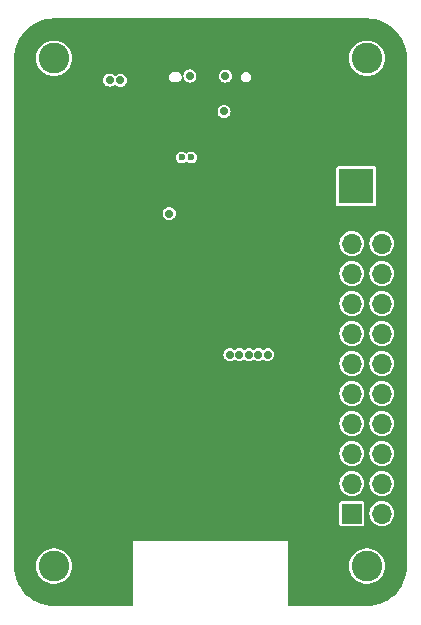
<source format=gbr>
%TF.GenerationSoftware,KiCad,Pcbnew,8.0.6*%
%TF.CreationDate,2024-11-24T22:42:30+01:00*%
%TF.ProjectId,ecad,65636164-2e6b-4696-9361-645f70636258,rev?*%
%TF.SameCoordinates,Original*%
%TF.FileFunction,Copper,L2,Inr*%
%TF.FilePolarity,Positive*%
%FSLAX46Y46*%
G04 Gerber Fmt 4.6, Leading zero omitted, Abs format (unit mm)*
G04 Created by KiCad (PCBNEW 8.0.6) date 2024-11-24 22:42:30*
%MOMM*%
%LPD*%
G01*
G04 APERTURE LIST*
%TA.AperFunction,ComponentPad*%
%ADD10O,1.300000X2.300000*%
%TD*%
%TA.AperFunction,ComponentPad*%
%ADD11O,1.300000X2.600000*%
%TD*%
%TA.AperFunction,ComponentPad*%
%ADD12R,3.000000X3.000000*%
%TD*%
%TA.AperFunction,ComponentPad*%
%ADD13C,3.000000*%
%TD*%
%TA.AperFunction,ComponentPad*%
%ADD14C,2.600000*%
%TD*%
%TA.AperFunction,ComponentPad*%
%ADD15R,1.700000X1.700000*%
%TD*%
%TA.AperFunction,ComponentPad*%
%ADD16O,1.700000X1.700000*%
%TD*%
%TA.AperFunction,ViaPad*%
%ADD17C,0.700000*%
%TD*%
%TA.AperFunction,ViaPad*%
%ADD18C,0.600000*%
%TD*%
G04 APERTURE END LIST*
D10*
%TO.N,GND*%
%TO.C,J1*%
X108870000Y-152485000D03*
D11*
X108870000Y-148660000D03*
D10*
X100230000Y-152485000D03*
D11*
X100230000Y-148660000D03*
%TD*%
D12*
%TO.N,VCC*%
%TO.C,J3*%
X116900000Y-161015000D03*
D13*
%TO.N,GND*%
X116900000Y-155935000D03*
%TD*%
D14*
%TO.N,N/C*%
%TO.C,H2*%
X91300000Y-193175000D03*
%TD*%
%TO.N,N/C*%
%TO.C,H4*%
X91300000Y-150175000D03*
%TD*%
%TO.N,N/C*%
%TO.C,H3*%
X117800000Y-150175000D03*
%TD*%
%TO.N,N/C*%
%TO.C,H1*%
X117800000Y-193175000D03*
%TD*%
D15*
%TO.N,unconnected-(J4-Pin_1-Pad1)*%
%TO.C,J4*%
X116510000Y-188725000D03*
D16*
%TO.N,unconnected-(J4-Pin_2-Pad2)*%
X119050000Y-188725000D03*
%TO.N,unconnected-(J4-Pin_3-Pad3)*%
X116510000Y-186185000D03*
%TO.N,unconnected-(J4-Pin_4-Pad4)*%
X119050000Y-186185000D03*
%TO.N,unconnected-(J4-Pin_5-Pad5)*%
X116510000Y-183645000D03*
%TO.N,unconnected-(J4-Pin_6-Pad6)*%
X119050000Y-183645000D03*
%TO.N,unconnected-(J4-Pin_7-Pad7)*%
X116510000Y-181105000D03*
%TO.N,unconnected-(J4-Pin_8-Pad8)*%
X119050000Y-181105000D03*
%TO.N,unconnected-(J4-Pin_9-Pad9)*%
X116510000Y-178565000D03*
%TO.N,unconnected-(J4-Pin_10-Pad10)*%
X119050000Y-178565000D03*
%TO.N,unconnected-(J4-Pin_11-Pad11)*%
X116510000Y-176025000D03*
%TO.N,unconnected-(J4-Pin_12-Pad12)*%
X119050000Y-176025000D03*
%TO.N,unconnected-(J4-Pin_13-Pad13)*%
X116510000Y-173485000D03*
%TO.N,unconnected-(J4-Pin_14-Pad14)*%
X119050000Y-173485000D03*
%TO.N,unconnected-(J4-Pin_15-Pad15)*%
X116510000Y-170945000D03*
%TO.N,unconnected-(J4-Pin_16-Pad16)*%
X119050000Y-170945000D03*
%TO.N,unconnected-(J4-Pin_17-Pad17)*%
X116510000Y-168405000D03*
%TO.N,unconnected-(J4-Pin_18-Pad18)*%
X119050000Y-168405000D03*
%TO.N,unconnected-(J4-Pin_19-Pad19)*%
X116510000Y-165865000D03*
%TO.N,unconnected-(J4-Pin_20-Pad20)*%
X119050000Y-165865000D03*
%TD*%
D17*
%TO.N,GND*%
X101150000Y-157425000D03*
X100350000Y-157425000D03*
X100350000Y-155125000D03*
X101150000Y-155125000D03*
X114200000Y-176625000D03*
%TO.N,Net-(U2-OTP)*%
X101050000Y-163325000D03*
%TO.N,Net-(J1-CC1)*%
X105800000Y-151690000D03*
%TO.N,Net-(J1-CC2)*%
X96909620Y-152034620D03*
%TO.N,Net-(J1-CC1)*%
X96000000Y-152025000D03*
%TO.N,GND*%
X95349999Y-152878907D03*
%TO.N,Net-(J1-CC2)*%
X102800000Y-151675000D03*
%TO.N,GND*%
X113200000Y-148775000D03*
%TO.N,Net-(U2-OTP)*%
X105700000Y-154675000D03*
%TO.N,+3V3*%
X109400000Y-175275000D03*
X108600000Y-175275000D03*
X107800000Y-175275000D03*
X107000000Y-175275000D03*
X106200000Y-175275000D03*
%TO.N,GND*%
X108600000Y-171375000D03*
X107800000Y-171375000D03*
X107000000Y-171375000D03*
X106200000Y-171375000D03*
X107800000Y-170275000D03*
X107000000Y-170275000D03*
X98165000Y-162625000D03*
X101000000Y-164575000D03*
X106200000Y-165025000D03*
X103400000Y-154675000D03*
D18*
%TO.N,Net-(U2-SDA)*%
X102899994Y-158578458D03*
%TO.N,Net-(U2-SCL)*%
X102100000Y-158575000D03*
D17*
%TO.N,GND*%
X106200000Y-170275000D03*
X95800000Y-158325000D03*
X97600000Y-158325000D03*
%TD*%
%TA.AperFunction,Conductor*%
%TO.N,GND*%
G36*
X117801602Y-146800583D02*
G01*
X118149519Y-146818817D01*
X118155909Y-146819489D01*
X118498435Y-146873740D01*
X118504703Y-146875073D01*
X118839669Y-146964827D01*
X118845774Y-146966810D01*
X119092593Y-147061555D01*
X119169524Y-147091086D01*
X119175404Y-147093704D01*
X119484389Y-147251139D01*
X119489945Y-147254347D01*
X119497817Y-147259459D01*
X119780778Y-147443217D01*
X119785979Y-147446995D01*
X120055484Y-147665236D01*
X120060257Y-147669534D01*
X120305465Y-147914742D01*
X120309764Y-147919516D01*
X120527999Y-148189013D01*
X120531782Y-148194221D01*
X120720646Y-148485044D01*
X120723865Y-148490619D01*
X120881295Y-148799595D01*
X120883913Y-148805475D01*
X121008186Y-149129216D01*
X121010175Y-149135339D01*
X121099923Y-149470282D01*
X121101262Y-149476578D01*
X121149243Y-149779518D01*
X121150000Y-149789139D01*
X121150000Y-193560859D01*
X121149243Y-193570480D01*
X121101262Y-193873421D01*
X121099923Y-193879717D01*
X121010175Y-194214660D01*
X121008186Y-194220783D01*
X120883913Y-194544524D01*
X120881295Y-194550404D01*
X120723865Y-194859380D01*
X120720646Y-194864955D01*
X120531782Y-195155778D01*
X120527999Y-195160986D01*
X120309773Y-195430473D01*
X120305465Y-195435257D01*
X120060257Y-195680465D01*
X120055473Y-195684773D01*
X119785986Y-195902999D01*
X119780778Y-195906782D01*
X119489955Y-196095646D01*
X119484380Y-196098865D01*
X119175404Y-196256295D01*
X119169524Y-196258913D01*
X118845783Y-196383186D01*
X118839660Y-196385175D01*
X118504717Y-196474923D01*
X118498421Y-196476262D01*
X118155915Y-196530509D01*
X118149513Y-196531182D01*
X117801603Y-196549416D01*
X117798384Y-196549500D01*
X111211500Y-196549500D01*
X111168013Y-196531487D01*
X111150000Y-196488000D01*
X111150000Y-193175000D01*
X116294357Y-193175000D01*
X116314892Y-193422824D01*
X116314892Y-193422826D01*
X116375935Y-193663875D01*
X116375938Y-193663885D01*
X116455462Y-193845181D01*
X116469243Y-193876598D01*
X116475825Y-193891602D01*
X116475829Y-193891611D01*
X116611831Y-194099778D01*
X116611836Y-194099785D01*
X116780256Y-194282738D01*
X116780258Y-194282739D01*
X116780258Y-194282740D01*
X116878373Y-194359106D01*
X116976491Y-194435474D01*
X117195190Y-194553828D01*
X117430386Y-194634571D01*
X117430389Y-194634571D01*
X117430390Y-194634572D01*
X117553025Y-194655035D01*
X117675665Y-194675500D01*
X117924335Y-194675500D01*
X118108513Y-194644766D01*
X118169609Y-194634572D01*
X118169609Y-194634571D01*
X118169614Y-194634571D01*
X118404810Y-194553828D01*
X118623509Y-194435474D01*
X118819744Y-194282738D01*
X118988164Y-194099785D01*
X119124173Y-193891607D01*
X119224063Y-193663881D01*
X119285108Y-193422821D01*
X119305643Y-193175000D01*
X119285108Y-192927179D01*
X119285107Y-192927175D01*
X119285107Y-192927173D01*
X119224064Y-192686124D01*
X119224063Y-192686119D01*
X119124173Y-192458393D01*
X118988164Y-192250215D01*
X118819744Y-192067262D01*
X118819741Y-192067259D01*
X118623510Y-191914527D01*
X118623509Y-191914526D01*
X118404810Y-191796172D01*
X118169614Y-191715429D01*
X118169613Y-191715428D01*
X118169611Y-191715428D01*
X118169609Y-191715427D01*
X117924338Y-191674500D01*
X117924335Y-191674500D01*
X117675665Y-191674500D01*
X117675661Y-191674500D01*
X117430390Y-191715427D01*
X117430388Y-191715428D01*
X117195192Y-191796171D01*
X116976489Y-191914527D01*
X116780258Y-192067259D01*
X116780258Y-192067260D01*
X116611835Y-192250215D01*
X116611831Y-192250221D01*
X116475829Y-192458388D01*
X116475825Y-192458397D01*
X116375938Y-192686114D01*
X116375935Y-192686124D01*
X116314892Y-192927173D01*
X116314892Y-192927175D01*
X116294357Y-193175000D01*
X111150000Y-193175000D01*
X111150000Y-191075000D01*
X97950000Y-191075000D01*
X97950000Y-196488000D01*
X97931987Y-196531487D01*
X97888500Y-196549500D01*
X91301616Y-196549500D01*
X91298397Y-196549416D01*
X90950486Y-196531182D01*
X90944084Y-196530509D01*
X90601578Y-196476262D01*
X90595282Y-196474923D01*
X90260339Y-196385175D01*
X90254216Y-196383186D01*
X89930475Y-196258913D01*
X89924595Y-196256295D01*
X89615619Y-196098865D01*
X89610044Y-196095646D01*
X89319221Y-195906782D01*
X89314013Y-195902999D01*
X89044516Y-195684764D01*
X89039742Y-195680465D01*
X88794534Y-195435257D01*
X88790236Y-195430484D01*
X88571995Y-195160979D01*
X88568217Y-195155778D01*
X88493761Y-195041127D01*
X88379347Y-194864945D01*
X88376139Y-194859389D01*
X88248522Y-194608926D01*
X88218704Y-194550404D01*
X88216086Y-194544524D01*
X88205794Y-194517713D01*
X88091810Y-194220774D01*
X88089827Y-194214669D01*
X88000073Y-193879703D01*
X87998740Y-193873435D01*
X87944489Y-193530909D01*
X87943817Y-193524513D01*
X87925584Y-193176602D01*
X87925542Y-193175000D01*
X89794357Y-193175000D01*
X89814892Y-193422824D01*
X89814892Y-193422826D01*
X89875935Y-193663875D01*
X89875938Y-193663885D01*
X89955462Y-193845181D01*
X89969243Y-193876598D01*
X89975825Y-193891602D01*
X89975829Y-193891611D01*
X90111831Y-194099778D01*
X90111836Y-194099785D01*
X90280256Y-194282738D01*
X90280258Y-194282739D01*
X90280258Y-194282740D01*
X90378373Y-194359106D01*
X90476491Y-194435474D01*
X90695190Y-194553828D01*
X90930386Y-194634571D01*
X90930389Y-194634571D01*
X90930390Y-194634572D01*
X91053025Y-194655035D01*
X91175665Y-194675500D01*
X91424335Y-194675500D01*
X91608513Y-194644766D01*
X91669609Y-194634572D01*
X91669609Y-194634571D01*
X91669614Y-194634571D01*
X91904810Y-194553828D01*
X92123509Y-194435474D01*
X92319744Y-194282738D01*
X92488164Y-194099785D01*
X92624173Y-193891607D01*
X92724063Y-193663881D01*
X92785108Y-193422821D01*
X92805643Y-193175000D01*
X92785108Y-192927179D01*
X92785107Y-192927175D01*
X92785107Y-192927173D01*
X92724064Y-192686124D01*
X92724063Y-192686119D01*
X92624173Y-192458393D01*
X92488164Y-192250215D01*
X92319744Y-192067262D01*
X92319741Y-192067259D01*
X92123510Y-191914527D01*
X92123509Y-191914526D01*
X91904810Y-191796172D01*
X91669614Y-191715429D01*
X91669613Y-191715428D01*
X91669611Y-191715428D01*
X91669609Y-191715427D01*
X91424338Y-191674500D01*
X91424335Y-191674500D01*
X91175665Y-191674500D01*
X91175661Y-191674500D01*
X90930390Y-191715427D01*
X90930388Y-191715428D01*
X90695192Y-191796171D01*
X90476489Y-191914527D01*
X90280258Y-192067259D01*
X90280258Y-192067260D01*
X90111835Y-192250215D01*
X90111831Y-192250221D01*
X89975829Y-192458388D01*
X89975825Y-192458397D01*
X89875938Y-192686114D01*
X89875935Y-192686124D01*
X89814892Y-192927173D01*
X89814892Y-192927175D01*
X89794357Y-193175000D01*
X87925542Y-193175000D01*
X87925500Y-193173383D01*
X87925500Y-187855248D01*
X115459500Y-187855248D01*
X115459500Y-189594751D01*
X115471131Y-189653224D01*
X115471132Y-189653228D01*
X115471133Y-189653231D01*
X115515448Y-189719552D01*
X115581769Y-189763867D01*
X115640248Y-189775499D01*
X115640249Y-189775500D01*
X115640252Y-189775500D01*
X117379751Y-189775500D01*
X117379751Y-189775499D01*
X117438231Y-189763867D01*
X117504552Y-189719552D01*
X117548867Y-189653231D01*
X117560499Y-189594751D01*
X117560500Y-189594751D01*
X117560500Y-188725000D01*
X117994417Y-188725000D01*
X118014699Y-188930933D01*
X118074766Y-189128950D01*
X118172314Y-189311450D01*
X118172315Y-189311451D01*
X118303588Y-189471409D01*
X118303590Y-189471411D01*
X118463548Y-189602684D01*
X118463549Y-189602685D01*
X118549264Y-189648500D01*
X118646046Y-189700232D01*
X118844066Y-189760300D01*
X119050000Y-189780583D01*
X119255934Y-189760300D01*
X119453954Y-189700232D01*
X119636450Y-189602685D01*
X119796410Y-189471410D01*
X119927685Y-189311450D01*
X120025232Y-189128954D01*
X120085300Y-188930934D01*
X120105583Y-188725000D01*
X120085300Y-188519066D01*
X120025232Y-188321046D01*
X119973500Y-188224264D01*
X119927685Y-188138549D01*
X119927684Y-188138548D01*
X119796411Y-187978590D01*
X119796409Y-187978588D01*
X119636451Y-187847315D01*
X119636450Y-187847314D01*
X119453950Y-187749766D01*
X119255933Y-187689699D01*
X119050000Y-187669417D01*
X118844066Y-187689699D01*
X118646049Y-187749766D01*
X118463549Y-187847314D01*
X118463548Y-187847315D01*
X118303590Y-187978588D01*
X118303588Y-187978590D01*
X118172315Y-188138548D01*
X118172314Y-188138549D01*
X118074766Y-188321049D01*
X118014699Y-188519066D01*
X117994417Y-188725000D01*
X117560500Y-188725000D01*
X117560500Y-187855249D01*
X117560499Y-187855248D01*
X117548868Y-187796775D01*
X117548867Y-187796769D01*
X117504552Y-187730448D01*
X117438231Y-187686133D01*
X117438228Y-187686132D01*
X117438224Y-187686131D01*
X117379751Y-187674500D01*
X117379748Y-187674500D01*
X115640252Y-187674500D01*
X115640249Y-187674500D01*
X115581775Y-187686131D01*
X115581769Y-187686133D01*
X115515448Y-187730448D01*
X115471133Y-187796769D01*
X115471131Y-187796775D01*
X115459500Y-187855248D01*
X87925500Y-187855248D01*
X87925500Y-186185000D01*
X115454417Y-186185000D01*
X115474699Y-186390933D01*
X115534766Y-186588950D01*
X115632314Y-186771450D01*
X115632315Y-186771451D01*
X115763588Y-186931409D01*
X115763590Y-186931411D01*
X115923548Y-187062684D01*
X115923549Y-187062685D01*
X116009264Y-187108500D01*
X116106046Y-187160232D01*
X116304066Y-187220300D01*
X116510000Y-187240583D01*
X116715934Y-187220300D01*
X116913954Y-187160232D01*
X117096450Y-187062685D01*
X117256410Y-186931410D01*
X117387685Y-186771450D01*
X117485232Y-186588954D01*
X117545300Y-186390934D01*
X117565583Y-186185000D01*
X117994417Y-186185000D01*
X118014699Y-186390933D01*
X118074766Y-186588950D01*
X118172314Y-186771450D01*
X118172315Y-186771451D01*
X118303588Y-186931409D01*
X118303590Y-186931411D01*
X118463548Y-187062684D01*
X118463549Y-187062685D01*
X118549264Y-187108500D01*
X118646046Y-187160232D01*
X118844066Y-187220300D01*
X119050000Y-187240583D01*
X119255934Y-187220300D01*
X119453954Y-187160232D01*
X119636450Y-187062685D01*
X119796410Y-186931410D01*
X119927685Y-186771450D01*
X120025232Y-186588954D01*
X120085300Y-186390934D01*
X120105583Y-186185000D01*
X120085300Y-185979066D01*
X120025232Y-185781046D01*
X119973500Y-185684264D01*
X119927685Y-185598549D01*
X119927684Y-185598548D01*
X119796411Y-185438590D01*
X119796409Y-185438588D01*
X119636451Y-185307315D01*
X119636450Y-185307314D01*
X119453950Y-185209766D01*
X119255933Y-185149699D01*
X119050000Y-185129417D01*
X118844066Y-185149699D01*
X118646049Y-185209766D01*
X118463549Y-185307314D01*
X118463548Y-185307315D01*
X118303590Y-185438588D01*
X118303588Y-185438590D01*
X118172315Y-185598548D01*
X118172314Y-185598549D01*
X118074766Y-185781049D01*
X118014699Y-185979066D01*
X117994417Y-186185000D01*
X117565583Y-186185000D01*
X117545300Y-185979066D01*
X117485232Y-185781046D01*
X117433500Y-185684264D01*
X117387685Y-185598549D01*
X117387684Y-185598548D01*
X117256411Y-185438590D01*
X117256409Y-185438588D01*
X117096451Y-185307315D01*
X117096450Y-185307314D01*
X116913950Y-185209766D01*
X116715933Y-185149699D01*
X116510000Y-185129417D01*
X116304066Y-185149699D01*
X116106049Y-185209766D01*
X115923549Y-185307314D01*
X115923548Y-185307315D01*
X115763590Y-185438588D01*
X115763588Y-185438590D01*
X115632315Y-185598548D01*
X115632314Y-185598549D01*
X115534766Y-185781049D01*
X115474699Y-185979066D01*
X115454417Y-186185000D01*
X87925500Y-186185000D01*
X87925500Y-183645000D01*
X115454417Y-183645000D01*
X115474699Y-183850933D01*
X115534766Y-184048950D01*
X115632314Y-184231450D01*
X115632315Y-184231451D01*
X115763588Y-184391409D01*
X115763590Y-184391411D01*
X115923548Y-184522684D01*
X115923549Y-184522685D01*
X116009264Y-184568500D01*
X116106046Y-184620232D01*
X116304066Y-184680300D01*
X116510000Y-184700583D01*
X116715934Y-184680300D01*
X116913954Y-184620232D01*
X117096450Y-184522685D01*
X117256410Y-184391410D01*
X117387685Y-184231450D01*
X117485232Y-184048954D01*
X117545300Y-183850934D01*
X117565583Y-183645000D01*
X117994417Y-183645000D01*
X118014699Y-183850933D01*
X118074766Y-184048950D01*
X118172314Y-184231450D01*
X118172315Y-184231451D01*
X118303588Y-184391409D01*
X118303590Y-184391411D01*
X118463548Y-184522684D01*
X118463549Y-184522685D01*
X118549264Y-184568500D01*
X118646046Y-184620232D01*
X118844066Y-184680300D01*
X119050000Y-184700583D01*
X119255934Y-184680300D01*
X119453954Y-184620232D01*
X119636450Y-184522685D01*
X119796410Y-184391410D01*
X119927685Y-184231450D01*
X120025232Y-184048954D01*
X120085300Y-183850934D01*
X120105583Y-183645000D01*
X120085300Y-183439066D01*
X120025232Y-183241046D01*
X119973500Y-183144264D01*
X119927685Y-183058549D01*
X119927684Y-183058548D01*
X119796411Y-182898590D01*
X119796409Y-182898588D01*
X119636451Y-182767315D01*
X119636450Y-182767314D01*
X119453950Y-182669766D01*
X119255933Y-182609699D01*
X119050000Y-182589417D01*
X118844066Y-182609699D01*
X118646049Y-182669766D01*
X118463549Y-182767314D01*
X118463548Y-182767315D01*
X118303590Y-182898588D01*
X118303588Y-182898590D01*
X118172315Y-183058548D01*
X118172314Y-183058549D01*
X118074766Y-183241049D01*
X118014699Y-183439066D01*
X117994417Y-183645000D01*
X117565583Y-183645000D01*
X117545300Y-183439066D01*
X117485232Y-183241046D01*
X117433500Y-183144264D01*
X117387685Y-183058549D01*
X117387684Y-183058548D01*
X117256411Y-182898590D01*
X117256409Y-182898588D01*
X117096451Y-182767315D01*
X117096450Y-182767314D01*
X116913950Y-182669766D01*
X116715933Y-182609699D01*
X116510000Y-182589417D01*
X116304066Y-182609699D01*
X116106049Y-182669766D01*
X115923549Y-182767314D01*
X115923548Y-182767315D01*
X115763590Y-182898588D01*
X115763588Y-182898590D01*
X115632315Y-183058548D01*
X115632314Y-183058549D01*
X115534766Y-183241049D01*
X115474699Y-183439066D01*
X115454417Y-183645000D01*
X87925500Y-183645000D01*
X87925500Y-181105000D01*
X115454417Y-181105000D01*
X115474699Y-181310933D01*
X115534766Y-181508950D01*
X115632314Y-181691450D01*
X115632315Y-181691451D01*
X115763588Y-181851409D01*
X115763590Y-181851411D01*
X115923548Y-181982684D01*
X115923549Y-181982685D01*
X116009264Y-182028500D01*
X116106046Y-182080232D01*
X116304066Y-182140300D01*
X116510000Y-182160583D01*
X116715934Y-182140300D01*
X116913954Y-182080232D01*
X117096450Y-181982685D01*
X117256410Y-181851410D01*
X117387685Y-181691450D01*
X117485232Y-181508954D01*
X117545300Y-181310934D01*
X117565583Y-181105000D01*
X117994417Y-181105000D01*
X118014699Y-181310933D01*
X118074766Y-181508950D01*
X118172314Y-181691450D01*
X118172315Y-181691451D01*
X118303588Y-181851409D01*
X118303590Y-181851411D01*
X118463548Y-181982684D01*
X118463549Y-181982685D01*
X118549264Y-182028500D01*
X118646046Y-182080232D01*
X118844066Y-182140300D01*
X119050000Y-182160583D01*
X119255934Y-182140300D01*
X119453954Y-182080232D01*
X119636450Y-181982685D01*
X119796410Y-181851410D01*
X119927685Y-181691450D01*
X120025232Y-181508954D01*
X120085300Y-181310934D01*
X120105583Y-181105000D01*
X120085300Y-180899066D01*
X120025232Y-180701046D01*
X119973500Y-180604264D01*
X119927685Y-180518549D01*
X119927684Y-180518548D01*
X119796411Y-180358590D01*
X119796409Y-180358588D01*
X119636451Y-180227315D01*
X119636450Y-180227314D01*
X119453950Y-180129766D01*
X119255933Y-180069699D01*
X119050000Y-180049417D01*
X118844066Y-180069699D01*
X118646049Y-180129766D01*
X118463549Y-180227314D01*
X118463548Y-180227315D01*
X118303590Y-180358588D01*
X118303588Y-180358590D01*
X118172315Y-180518548D01*
X118172314Y-180518549D01*
X118074766Y-180701049D01*
X118014699Y-180899066D01*
X117994417Y-181105000D01*
X117565583Y-181105000D01*
X117545300Y-180899066D01*
X117485232Y-180701046D01*
X117433500Y-180604264D01*
X117387685Y-180518549D01*
X117387684Y-180518548D01*
X117256411Y-180358590D01*
X117256409Y-180358588D01*
X117096451Y-180227315D01*
X117096450Y-180227314D01*
X116913950Y-180129766D01*
X116715933Y-180069699D01*
X116510000Y-180049417D01*
X116304066Y-180069699D01*
X116106049Y-180129766D01*
X115923549Y-180227314D01*
X115923548Y-180227315D01*
X115763590Y-180358588D01*
X115763588Y-180358590D01*
X115632315Y-180518548D01*
X115632314Y-180518549D01*
X115534766Y-180701049D01*
X115474699Y-180899066D01*
X115454417Y-181105000D01*
X87925500Y-181105000D01*
X87925500Y-178565000D01*
X115454417Y-178565000D01*
X115474699Y-178770933D01*
X115534766Y-178968950D01*
X115632314Y-179151450D01*
X115632315Y-179151451D01*
X115763588Y-179311409D01*
X115763590Y-179311411D01*
X115923548Y-179442684D01*
X115923549Y-179442685D01*
X116009264Y-179488500D01*
X116106046Y-179540232D01*
X116304066Y-179600300D01*
X116510000Y-179620583D01*
X116715934Y-179600300D01*
X116913954Y-179540232D01*
X117096450Y-179442685D01*
X117256410Y-179311410D01*
X117387685Y-179151450D01*
X117485232Y-178968954D01*
X117545300Y-178770934D01*
X117565583Y-178565000D01*
X117994417Y-178565000D01*
X118014699Y-178770933D01*
X118074766Y-178968950D01*
X118172314Y-179151450D01*
X118172315Y-179151451D01*
X118303588Y-179311409D01*
X118303590Y-179311411D01*
X118463548Y-179442684D01*
X118463549Y-179442685D01*
X118549264Y-179488500D01*
X118646046Y-179540232D01*
X118844066Y-179600300D01*
X119050000Y-179620583D01*
X119255934Y-179600300D01*
X119453954Y-179540232D01*
X119636450Y-179442685D01*
X119796410Y-179311410D01*
X119927685Y-179151450D01*
X120025232Y-178968954D01*
X120085300Y-178770934D01*
X120105583Y-178565000D01*
X120085300Y-178359066D01*
X120025232Y-178161046D01*
X119973500Y-178064264D01*
X119927685Y-177978549D01*
X119927684Y-177978548D01*
X119796411Y-177818590D01*
X119796409Y-177818588D01*
X119636451Y-177687315D01*
X119636450Y-177687314D01*
X119453950Y-177589766D01*
X119255933Y-177529699D01*
X119050000Y-177509417D01*
X118844066Y-177529699D01*
X118646049Y-177589766D01*
X118463549Y-177687314D01*
X118463548Y-177687315D01*
X118303590Y-177818588D01*
X118303588Y-177818590D01*
X118172315Y-177978548D01*
X118172314Y-177978549D01*
X118074766Y-178161049D01*
X118014699Y-178359066D01*
X117994417Y-178565000D01*
X117565583Y-178565000D01*
X117545300Y-178359066D01*
X117485232Y-178161046D01*
X117433500Y-178064264D01*
X117387685Y-177978549D01*
X117387684Y-177978548D01*
X117256411Y-177818590D01*
X117256409Y-177818588D01*
X117096451Y-177687315D01*
X117096450Y-177687314D01*
X116913950Y-177589766D01*
X116715933Y-177529699D01*
X116510000Y-177509417D01*
X116304066Y-177529699D01*
X116106049Y-177589766D01*
X115923549Y-177687314D01*
X115923548Y-177687315D01*
X115763590Y-177818588D01*
X115763588Y-177818590D01*
X115632315Y-177978548D01*
X115632314Y-177978549D01*
X115534766Y-178161049D01*
X115474699Y-178359066D01*
X115454417Y-178565000D01*
X87925500Y-178565000D01*
X87925500Y-176025000D01*
X115454417Y-176025000D01*
X115474699Y-176230933D01*
X115534766Y-176428950D01*
X115632314Y-176611450D01*
X115632315Y-176611451D01*
X115763588Y-176771409D01*
X115763590Y-176771411D01*
X115923548Y-176902684D01*
X115923549Y-176902685D01*
X116009264Y-176948500D01*
X116106046Y-177000232D01*
X116304066Y-177060300D01*
X116510000Y-177080583D01*
X116715934Y-177060300D01*
X116913954Y-177000232D01*
X117096450Y-176902685D01*
X117256410Y-176771410D01*
X117387685Y-176611450D01*
X117485232Y-176428954D01*
X117545300Y-176230934D01*
X117565583Y-176025000D01*
X117994417Y-176025000D01*
X118014699Y-176230933D01*
X118074766Y-176428950D01*
X118172314Y-176611450D01*
X118172315Y-176611451D01*
X118303588Y-176771409D01*
X118303590Y-176771411D01*
X118463548Y-176902684D01*
X118463549Y-176902685D01*
X118549264Y-176948500D01*
X118646046Y-177000232D01*
X118844066Y-177060300D01*
X119050000Y-177080583D01*
X119255934Y-177060300D01*
X119453954Y-177000232D01*
X119636450Y-176902685D01*
X119796410Y-176771410D01*
X119927685Y-176611450D01*
X120025232Y-176428954D01*
X120085300Y-176230934D01*
X120105583Y-176025000D01*
X120085300Y-175819066D01*
X120025232Y-175621046D01*
X119973500Y-175524264D01*
X119927685Y-175438549D01*
X119927684Y-175438548D01*
X119796411Y-175278590D01*
X119796409Y-175278588D01*
X119636451Y-175147315D01*
X119636450Y-175147314D01*
X119453950Y-175049766D01*
X119255933Y-174989699D01*
X119050000Y-174969417D01*
X118844066Y-174989699D01*
X118646049Y-175049766D01*
X118463549Y-175147314D01*
X118463548Y-175147315D01*
X118303590Y-175278588D01*
X118303588Y-175278590D01*
X118172315Y-175438548D01*
X118172314Y-175438549D01*
X118074766Y-175621049D01*
X118014699Y-175819066D01*
X117994417Y-176025000D01*
X117565583Y-176025000D01*
X117545300Y-175819066D01*
X117485232Y-175621046D01*
X117433500Y-175524264D01*
X117387685Y-175438549D01*
X117387684Y-175438548D01*
X117256411Y-175278590D01*
X117256409Y-175278588D01*
X117096451Y-175147315D01*
X117096450Y-175147314D01*
X116913950Y-175049766D01*
X116715933Y-174989699D01*
X116510000Y-174969417D01*
X116304066Y-174989699D01*
X116106049Y-175049766D01*
X115923549Y-175147314D01*
X115923548Y-175147315D01*
X115763590Y-175278588D01*
X115763588Y-175278590D01*
X115632315Y-175438548D01*
X115632314Y-175438549D01*
X115534766Y-175621049D01*
X115474699Y-175819066D01*
X115454417Y-176025000D01*
X87925500Y-176025000D01*
X87925500Y-175275000D01*
X105644750Y-175275000D01*
X105663670Y-175418709D01*
X105719139Y-175552625D01*
X105807379Y-175667621D01*
X105922375Y-175755861D01*
X106056291Y-175811330D01*
X106200000Y-175830250D01*
X106343709Y-175811330D01*
X106477625Y-175755861D01*
X106562562Y-175690685D01*
X106608027Y-175678503D01*
X106637436Y-175690684D01*
X106722375Y-175755861D01*
X106856291Y-175811330D01*
X107000000Y-175830250D01*
X107143709Y-175811330D01*
X107277625Y-175755861D01*
X107362562Y-175690685D01*
X107408027Y-175678503D01*
X107437436Y-175690684D01*
X107522375Y-175755861D01*
X107656291Y-175811330D01*
X107800000Y-175830250D01*
X107943709Y-175811330D01*
X108077625Y-175755861D01*
X108162562Y-175690685D01*
X108208027Y-175678503D01*
X108237436Y-175690684D01*
X108322375Y-175755861D01*
X108456291Y-175811330D01*
X108600000Y-175830250D01*
X108743709Y-175811330D01*
X108877625Y-175755861D01*
X108962562Y-175690685D01*
X109008027Y-175678503D01*
X109037436Y-175690684D01*
X109122375Y-175755861D01*
X109256291Y-175811330D01*
X109400000Y-175830250D01*
X109543709Y-175811330D01*
X109677625Y-175755861D01*
X109792621Y-175667621D01*
X109880861Y-175552625D01*
X109936330Y-175418709D01*
X109955250Y-175275000D01*
X109936330Y-175131291D01*
X109880861Y-174997375D01*
X109792621Y-174882379D01*
X109677625Y-174794139D01*
X109543709Y-174738670D01*
X109543706Y-174738669D01*
X109543704Y-174738669D01*
X109400000Y-174719750D01*
X109256295Y-174738669D01*
X109256291Y-174738670D01*
X109122375Y-174794139D01*
X109122371Y-174794141D01*
X109037439Y-174859312D01*
X108991972Y-174871495D01*
X108962561Y-174859312D01*
X108877628Y-174794141D01*
X108877626Y-174794140D01*
X108877625Y-174794139D01*
X108743709Y-174738670D01*
X108743706Y-174738669D01*
X108743704Y-174738669D01*
X108600000Y-174719750D01*
X108456295Y-174738669D01*
X108456291Y-174738670D01*
X108322375Y-174794139D01*
X108322371Y-174794141D01*
X108237439Y-174859312D01*
X108191972Y-174871495D01*
X108162561Y-174859312D01*
X108077628Y-174794141D01*
X108077626Y-174794140D01*
X108077625Y-174794139D01*
X107943709Y-174738670D01*
X107943706Y-174738669D01*
X107943704Y-174738669D01*
X107800000Y-174719750D01*
X107656295Y-174738669D01*
X107656291Y-174738670D01*
X107522375Y-174794139D01*
X107522371Y-174794141D01*
X107437439Y-174859312D01*
X107391972Y-174871495D01*
X107362561Y-174859312D01*
X107277628Y-174794141D01*
X107277626Y-174794140D01*
X107277625Y-174794139D01*
X107143709Y-174738670D01*
X107143706Y-174738669D01*
X107143704Y-174738669D01*
X107000000Y-174719750D01*
X106856295Y-174738669D01*
X106856291Y-174738670D01*
X106722375Y-174794139D01*
X106722371Y-174794141D01*
X106637439Y-174859312D01*
X106591972Y-174871495D01*
X106562561Y-174859312D01*
X106477628Y-174794141D01*
X106477626Y-174794140D01*
X106477625Y-174794139D01*
X106343709Y-174738670D01*
X106343706Y-174738669D01*
X106343704Y-174738669D01*
X106200000Y-174719750D01*
X106056295Y-174738669D01*
X106056291Y-174738670D01*
X105922375Y-174794139D01*
X105922371Y-174794141D01*
X105807379Y-174882379D01*
X105719141Y-174997371D01*
X105719139Y-174997375D01*
X105663670Y-175131291D01*
X105644750Y-175275000D01*
X87925500Y-175275000D01*
X87925500Y-173485000D01*
X115454417Y-173485000D01*
X115474699Y-173690933D01*
X115534766Y-173888950D01*
X115632314Y-174071450D01*
X115632315Y-174071451D01*
X115763588Y-174231409D01*
X115763590Y-174231411D01*
X115923548Y-174362684D01*
X115923549Y-174362685D01*
X116009264Y-174408500D01*
X116106046Y-174460232D01*
X116304066Y-174520300D01*
X116510000Y-174540583D01*
X116715934Y-174520300D01*
X116913954Y-174460232D01*
X117096450Y-174362685D01*
X117256410Y-174231410D01*
X117387685Y-174071450D01*
X117485232Y-173888954D01*
X117545300Y-173690934D01*
X117565583Y-173485000D01*
X117994417Y-173485000D01*
X118014699Y-173690933D01*
X118074766Y-173888950D01*
X118172314Y-174071450D01*
X118172315Y-174071451D01*
X118303588Y-174231409D01*
X118303590Y-174231411D01*
X118463548Y-174362684D01*
X118463549Y-174362685D01*
X118549264Y-174408500D01*
X118646046Y-174460232D01*
X118844066Y-174520300D01*
X119050000Y-174540583D01*
X119255934Y-174520300D01*
X119453954Y-174460232D01*
X119636450Y-174362685D01*
X119796410Y-174231410D01*
X119927685Y-174071450D01*
X120025232Y-173888954D01*
X120085300Y-173690934D01*
X120105583Y-173485000D01*
X120085300Y-173279066D01*
X120025232Y-173081046D01*
X119973500Y-172984264D01*
X119927685Y-172898549D01*
X119927684Y-172898548D01*
X119796411Y-172738590D01*
X119796409Y-172738588D01*
X119636451Y-172607315D01*
X119636450Y-172607314D01*
X119453950Y-172509766D01*
X119255933Y-172449699D01*
X119050000Y-172429417D01*
X118844066Y-172449699D01*
X118646049Y-172509766D01*
X118463549Y-172607314D01*
X118463548Y-172607315D01*
X118303590Y-172738588D01*
X118303588Y-172738590D01*
X118172315Y-172898548D01*
X118172314Y-172898549D01*
X118074766Y-173081049D01*
X118014699Y-173279066D01*
X117994417Y-173485000D01*
X117565583Y-173485000D01*
X117545300Y-173279066D01*
X117485232Y-173081046D01*
X117433500Y-172984264D01*
X117387685Y-172898549D01*
X117387684Y-172898548D01*
X117256411Y-172738590D01*
X117256409Y-172738588D01*
X117096451Y-172607315D01*
X117096450Y-172607314D01*
X116913950Y-172509766D01*
X116715933Y-172449699D01*
X116510000Y-172429417D01*
X116304066Y-172449699D01*
X116106049Y-172509766D01*
X115923549Y-172607314D01*
X115923548Y-172607315D01*
X115763590Y-172738588D01*
X115763588Y-172738590D01*
X115632315Y-172898548D01*
X115632314Y-172898549D01*
X115534766Y-173081049D01*
X115474699Y-173279066D01*
X115454417Y-173485000D01*
X87925500Y-173485000D01*
X87925500Y-170945000D01*
X115454417Y-170945000D01*
X115474699Y-171150933D01*
X115534766Y-171348950D01*
X115632314Y-171531450D01*
X115632315Y-171531451D01*
X115763588Y-171691409D01*
X115763590Y-171691411D01*
X115923548Y-171822684D01*
X115923549Y-171822685D01*
X116009264Y-171868500D01*
X116106046Y-171920232D01*
X116304066Y-171980300D01*
X116510000Y-172000583D01*
X116715934Y-171980300D01*
X116913954Y-171920232D01*
X117096450Y-171822685D01*
X117256410Y-171691410D01*
X117387685Y-171531450D01*
X117485232Y-171348954D01*
X117545300Y-171150934D01*
X117565583Y-170945000D01*
X117994417Y-170945000D01*
X118014699Y-171150933D01*
X118074766Y-171348950D01*
X118172314Y-171531450D01*
X118172315Y-171531451D01*
X118303588Y-171691409D01*
X118303590Y-171691411D01*
X118463548Y-171822684D01*
X118463549Y-171822685D01*
X118549264Y-171868500D01*
X118646046Y-171920232D01*
X118844066Y-171980300D01*
X119050000Y-172000583D01*
X119255934Y-171980300D01*
X119453954Y-171920232D01*
X119636450Y-171822685D01*
X119796410Y-171691410D01*
X119927685Y-171531450D01*
X120025232Y-171348954D01*
X120085300Y-171150934D01*
X120105583Y-170945000D01*
X120085300Y-170739066D01*
X120025232Y-170541046D01*
X119973500Y-170444264D01*
X119927685Y-170358549D01*
X119927684Y-170358548D01*
X119796411Y-170198590D01*
X119796409Y-170198588D01*
X119636451Y-170067315D01*
X119636450Y-170067314D01*
X119453950Y-169969766D01*
X119255933Y-169909699D01*
X119050000Y-169889417D01*
X118844066Y-169909699D01*
X118646049Y-169969766D01*
X118463549Y-170067314D01*
X118463548Y-170067315D01*
X118303590Y-170198588D01*
X118303588Y-170198590D01*
X118172315Y-170358548D01*
X118172314Y-170358549D01*
X118074766Y-170541049D01*
X118014699Y-170739066D01*
X117994417Y-170945000D01*
X117565583Y-170945000D01*
X117545300Y-170739066D01*
X117485232Y-170541046D01*
X117433500Y-170444264D01*
X117387685Y-170358549D01*
X117387684Y-170358548D01*
X117256411Y-170198590D01*
X117256409Y-170198588D01*
X117096451Y-170067315D01*
X117096450Y-170067314D01*
X116913950Y-169969766D01*
X116715933Y-169909699D01*
X116510000Y-169889417D01*
X116304066Y-169909699D01*
X116106049Y-169969766D01*
X115923549Y-170067314D01*
X115923548Y-170067315D01*
X115763590Y-170198588D01*
X115763588Y-170198590D01*
X115632315Y-170358548D01*
X115632314Y-170358549D01*
X115534766Y-170541049D01*
X115474699Y-170739066D01*
X115454417Y-170945000D01*
X87925500Y-170945000D01*
X87925500Y-168405000D01*
X115454417Y-168405000D01*
X115474699Y-168610933D01*
X115534766Y-168808950D01*
X115632314Y-168991450D01*
X115632315Y-168991451D01*
X115763588Y-169151409D01*
X115763590Y-169151411D01*
X115923548Y-169282684D01*
X115923549Y-169282685D01*
X116009264Y-169328500D01*
X116106046Y-169380232D01*
X116304066Y-169440300D01*
X116510000Y-169460583D01*
X116715934Y-169440300D01*
X116913954Y-169380232D01*
X117096450Y-169282685D01*
X117256410Y-169151410D01*
X117387685Y-168991450D01*
X117485232Y-168808954D01*
X117545300Y-168610934D01*
X117565583Y-168405000D01*
X117994417Y-168405000D01*
X118014699Y-168610933D01*
X118074766Y-168808950D01*
X118172314Y-168991450D01*
X118172315Y-168991451D01*
X118303588Y-169151409D01*
X118303590Y-169151411D01*
X118463548Y-169282684D01*
X118463549Y-169282685D01*
X118549264Y-169328500D01*
X118646046Y-169380232D01*
X118844066Y-169440300D01*
X119050000Y-169460583D01*
X119255934Y-169440300D01*
X119453954Y-169380232D01*
X119636450Y-169282685D01*
X119796410Y-169151410D01*
X119927685Y-168991450D01*
X120025232Y-168808954D01*
X120085300Y-168610934D01*
X120105583Y-168405000D01*
X120085300Y-168199066D01*
X120025232Y-168001046D01*
X119973500Y-167904264D01*
X119927685Y-167818549D01*
X119927684Y-167818548D01*
X119796411Y-167658590D01*
X119796409Y-167658588D01*
X119636451Y-167527315D01*
X119636450Y-167527314D01*
X119453950Y-167429766D01*
X119255933Y-167369699D01*
X119050000Y-167349417D01*
X118844066Y-167369699D01*
X118646049Y-167429766D01*
X118463549Y-167527314D01*
X118463548Y-167527315D01*
X118303590Y-167658588D01*
X118303588Y-167658590D01*
X118172315Y-167818548D01*
X118172314Y-167818549D01*
X118074766Y-168001049D01*
X118014699Y-168199066D01*
X117994417Y-168405000D01*
X117565583Y-168405000D01*
X117545300Y-168199066D01*
X117485232Y-168001046D01*
X117433500Y-167904264D01*
X117387685Y-167818549D01*
X117387684Y-167818548D01*
X117256411Y-167658590D01*
X117256409Y-167658588D01*
X117096451Y-167527315D01*
X117096450Y-167527314D01*
X116913950Y-167429766D01*
X116715933Y-167369699D01*
X116510000Y-167349417D01*
X116304066Y-167369699D01*
X116106049Y-167429766D01*
X115923549Y-167527314D01*
X115923548Y-167527315D01*
X115763590Y-167658588D01*
X115763588Y-167658590D01*
X115632315Y-167818548D01*
X115632314Y-167818549D01*
X115534766Y-168001049D01*
X115474699Y-168199066D01*
X115454417Y-168405000D01*
X87925500Y-168405000D01*
X87925500Y-165865000D01*
X115454417Y-165865000D01*
X115474699Y-166070933D01*
X115534766Y-166268950D01*
X115632314Y-166451450D01*
X115632315Y-166451451D01*
X115763588Y-166611409D01*
X115763590Y-166611411D01*
X115923548Y-166742684D01*
X115923549Y-166742685D01*
X116009264Y-166788500D01*
X116106046Y-166840232D01*
X116304066Y-166900300D01*
X116510000Y-166920583D01*
X116715934Y-166900300D01*
X116913954Y-166840232D01*
X117096450Y-166742685D01*
X117256410Y-166611410D01*
X117387685Y-166451450D01*
X117485232Y-166268954D01*
X117545300Y-166070934D01*
X117565583Y-165865000D01*
X117994417Y-165865000D01*
X118014699Y-166070933D01*
X118074766Y-166268950D01*
X118172314Y-166451450D01*
X118172315Y-166451451D01*
X118303588Y-166611409D01*
X118303590Y-166611411D01*
X118463548Y-166742684D01*
X118463549Y-166742685D01*
X118549264Y-166788500D01*
X118646046Y-166840232D01*
X118844066Y-166900300D01*
X119050000Y-166920583D01*
X119255934Y-166900300D01*
X119453954Y-166840232D01*
X119636450Y-166742685D01*
X119796410Y-166611410D01*
X119927685Y-166451450D01*
X120025232Y-166268954D01*
X120085300Y-166070934D01*
X120105583Y-165865000D01*
X120085300Y-165659066D01*
X120025232Y-165461046D01*
X119973500Y-165364264D01*
X119927685Y-165278549D01*
X119927684Y-165278548D01*
X119796411Y-165118590D01*
X119796409Y-165118588D01*
X119636451Y-164987315D01*
X119636450Y-164987314D01*
X119453950Y-164889766D01*
X119255933Y-164829699D01*
X119050000Y-164809417D01*
X118844066Y-164829699D01*
X118646049Y-164889766D01*
X118463549Y-164987314D01*
X118463548Y-164987315D01*
X118303590Y-165118588D01*
X118303588Y-165118590D01*
X118172315Y-165278548D01*
X118172314Y-165278549D01*
X118074766Y-165461049D01*
X118014699Y-165659066D01*
X117994417Y-165865000D01*
X117565583Y-165865000D01*
X117545300Y-165659066D01*
X117485232Y-165461046D01*
X117433500Y-165364264D01*
X117387685Y-165278549D01*
X117387684Y-165278548D01*
X117256411Y-165118590D01*
X117256409Y-165118588D01*
X117096451Y-164987315D01*
X117096450Y-164987314D01*
X116913950Y-164889766D01*
X116715933Y-164829699D01*
X116510000Y-164809417D01*
X116304066Y-164829699D01*
X116106049Y-164889766D01*
X115923549Y-164987314D01*
X115923548Y-164987315D01*
X115763590Y-165118588D01*
X115763588Y-165118590D01*
X115632315Y-165278548D01*
X115632314Y-165278549D01*
X115534766Y-165461049D01*
X115474699Y-165659066D01*
X115454417Y-165865000D01*
X87925500Y-165865000D01*
X87925500Y-163325000D01*
X100494750Y-163325000D01*
X100513670Y-163468709D01*
X100569139Y-163602625D01*
X100657379Y-163717621D01*
X100772375Y-163805861D01*
X100906291Y-163861330D01*
X101050000Y-163880250D01*
X101193709Y-163861330D01*
X101327625Y-163805861D01*
X101442621Y-163717621D01*
X101530861Y-163602625D01*
X101586330Y-163468709D01*
X101605250Y-163325000D01*
X101586330Y-163181291D01*
X101530861Y-163047375D01*
X101442621Y-162932379D01*
X101327625Y-162844139D01*
X101193709Y-162788670D01*
X101193706Y-162788669D01*
X101193704Y-162788669D01*
X101050000Y-162769750D01*
X100906295Y-162788669D01*
X100906291Y-162788670D01*
X100772375Y-162844139D01*
X100772371Y-162844141D01*
X100657379Y-162932379D01*
X100569141Y-163047371D01*
X100569139Y-163047375D01*
X100513670Y-163181291D01*
X100494750Y-163325000D01*
X87925500Y-163325000D01*
X87925500Y-159495248D01*
X115199500Y-159495248D01*
X115199500Y-162534751D01*
X115211131Y-162593224D01*
X115211132Y-162593228D01*
X115211133Y-162593231D01*
X115255448Y-162659552D01*
X115321769Y-162703867D01*
X115380248Y-162715499D01*
X115380249Y-162715500D01*
X115380252Y-162715500D01*
X118419751Y-162715500D01*
X118419751Y-162715499D01*
X118478231Y-162703867D01*
X118544552Y-162659552D01*
X118588867Y-162593231D01*
X118600499Y-162534751D01*
X118600500Y-162534751D01*
X118600500Y-159495249D01*
X118600499Y-159495248D01*
X118588868Y-159436775D01*
X118588867Y-159436769D01*
X118544552Y-159370448D01*
X118478231Y-159326133D01*
X118478228Y-159326132D01*
X118478224Y-159326131D01*
X118419751Y-159314500D01*
X118419748Y-159314500D01*
X115380252Y-159314500D01*
X115380249Y-159314500D01*
X115321775Y-159326131D01*
X115321769Y-159326133D01*
X115255448Y-159370448D01*
X115211133Y-159436769D01*
X115211131Y-159436775D01*
X115199500Y-159495248D01*
X87925500Y-159495248D01*
X87925500Y-158574999D01*
X101594353Y-158574999D01*
X101594353Y-158575000D01*
X101614835Y-158717457D01*
X101614836Y-158717461D01*
X101674622Y-158848371D01*
X101674622Y-158848372D01*
X101674623Y-158848373D01*
X101768872Y-158957143D01*
X101889947Y-159034953D01*
X102028039Y-159075500D01*
X102171961Y-159075500D01*
X102310053Y-159034953D01*
X102431128Y-158957143D01*
X102452020Y-158933031D01*
X102494108Y-158911962D01*
X102538770Y-158926824D01*
X102544976Y-158933031D01*
X102565870Y-158957144D01*
X102568866Y-158960601D01*
X102689941Y-159038411D01*
X102828033Y-159078958D01*
X102971955Y-159078958D01*
X103110047Y-159038411D01*
X103231122Y-158960601D01*
X103325371Y-158851831D01*
X103385159Y-158720915D01*
X103405641Y-158578458D01*
X103385159Y-158436001D01*
X103383579Y-158432542D01*
X103325371Y-158305086D01*
X103325371Y-158305085D01*
X103231122Y-158196315D01*
X103231119Y-158196313D01*
X103231118Y-158196312D01*
X103110049Y-158118506D01*
X103110042Y-158118503D01*
X103021070Y-158092379D01*
X102971955Y-158077958D01*
X102828033Y-158077958D01*
X102689945Y-158118503D01*
X102689938Y-158118506D01*
X102568869Y-158196312D01*
X102568866Y-158196314D01*
X102547973Y-158220426D01*
X102505881Y-158241494D01*
X102461220Y-158226629D01*
X102455017Y-158220426D01*
X102449131Y-158213634D01*
X102431128Y-158192857D01*
X102431125Y-158192855D01*
X102431124Y-158192854D01*
X102310055Y-158115048D01*
X102310048Y-158115045D01*
X102221076Y-158088921D01*
X102171961Y-158074500D01*
X102028039Y-158074500D01*
X101889951Y-158115045D01*
X101889944Y-158115048D01*
X101768875Y-158192854D01*
X101768874Y-158192855D01*
X101768872Y-158192856D01*
X101768872Y-158192857D01*
X101765877Y-158196314D01*
X101674622Y-158301627D01*
X101674622Y-158301628D01*
X101614836Y-158432538D01*
X101614835Y-158432542D01*
X101594353Y-158574999D01*
X87925500Y-158574999D01*
X87925500Y-154675000D01*
X105144750Y-154675000D01*
X105163670Y-154818709D01*
X105219139Y-154952625D01*
X105307379Y-155067621D01*
X105422375Y-155155861D01*
X105556291Y-155211330D01*
X105700000Y-155230250D01*
X105843709Y-155211330D01*
X105977625Y-155155861D01*
X106092621Y-155067621D01*
X106180861Y-154952625D01*
X106236330Y-154818709D01*
X106255250Y-154675000D01*
X106236330Y-154531291D01*
X106180861Y-154397375D01*
X106092621Y-154282379D01*
X105977625Y-154194139D01*
X105843709Y-154138670D01*
X105843706Y-154138669D01*
X105843704Y-154138669D01*
X105700000Y-154119750D01*
X105556295Y-154138669D01*
X105556291Y-154138670D01*
X105422375Y-154194139D01*
X105422371Y-154194141D01*
X105307379Y-154282379D01*
X105219141Y-154397371D01*
X105219139Y-154397375D01*
X105163670Y-154531291D01*
X105144750Y-154675000D01*
X87925500Y-154675000D01*
X87925500Y-152025000D01*
X95444750Y-152025000D01*
X95446016Y-152034620D01*
X95463670Y-152168709D01*
X95519139Y-152302625D01*
X95607379Y-152417621D01*
X95722375Y-152505861D01*
X95856291Y-152561330D01*
X96000000Y-152580250D01*
X96143709Y-152561330D01*
X96277625Y-152505861D01*
X96392621Y-152417621D01*
X96402328Y-152404970D01*
X96443091Y-152381435D01*
X96488557Y-152393617D01*
X96499908Y-152404968D01*
X96516999Y-152427241D01*
X96631995Y-152515481D01*
X96765911Y-152570950D01*
X96909620Y-152589870D01*
X97053329Y-152570950D01*
X97187245Y-152515481D01*
X97302241Y-152427241D01*
X97390481Y-152312245D01*
X97445950Y-152178329D01*
X97464870Y-152034620D01*
X97445950Y-151890911D01*
X97390481Y-151756995D01*
X97349800Y-151703979D01*
X100999500Y-151703979D01*
X100999500Y-151816020D01*
X101028495Y-151924232D01*
X101028496Y-151924234D01*
X101028497Y-151924237D01*
X101084515Y-152021263D01*
X101163737Y-152100485D01*
X101260763Y-152156503D01*
X101260767Y-152156504D01*
X101368980Y-152185500D01*
X101368982Y-152185500D01*
X101731019Y-152185500D01*
X101785652Y-152170861D01*
X101839237Y-152156503D01*
X101936263Y-152100485D01*
X102015485Y-152021263D01*
X102071503Y-151924237D01*
X102099779Y-151818709D01*
X102100500Y-151816020D01*
X102100500Y-151703979D01*
X102092735Y-151675000D01*
X102244750Y-151675000D01*
X102263315Y-151816018D01*
X102263670Y-151818709D01*
X102319139Y-151952625D01*
X102407379Y-152067621D01*
X102522375Y-152155861D01*
X102656291Y-152211330D01*
X102800000Y-152230250D01*
X102943709Y-152211330D01*
X103077625Y-152155861D01*
X103192621Y-152067621D01*
X103280861Y-151952625D01*
X103336330Y-151818709D01*
X103353275Y-151690000D01*
X105244750Y-151690000D01*
X105261694Y-151818704D01*
X105263670Y-151833709D01*
X105319139Y-151967625D01*
X105407379Y-152082621D01*
X105522375Y-152170861D01*
X105656291Y-152226330D01*
X105800000Y-152245250D01*
X105943709Y-152226330D01*
X106077625Y-152170861D01*
X106192621Y-152082621D01*
X106280861Y-151967625D01*
X106336330Y-151833709D01*
X106353410Y-151703979D01*
X107124500Y-151703979D01*
X107124500Y-151816020D01*
X107153495Y-151924232D01*
X107153496Y-151924234D01*
X107153497Y-151924237D01*
X107209515Y-152021263D01*
X107288737Y-152100485D01*
X107385763Y-152156503D01*
X107385767Y-152156504D01*
X107493980Y-152185500D01*
X107493982Y-152185500D01*
X107606019Y-152185500D01*
X107660652Y-152170861D01*
X107714237Y-152156503D01*
X107811263Y-152100485D01*
X107890485Y-152021263D01*
X107946503Y-151924237D01*
X107974779Y-151818709D01*
X107975500Y-151816020D01*
X107975500Y-151703979D01*
X107946504Y-151595767D01*
X107946503Y-151595763D01*
X107890485Y-151498737D01*
X107811263Y-151419515D01*
X107714237Y-151363497D01*
X107714234Y-151363496D01*
X107714232Y-151363495D01*
X107606020Y-151334500D01*
X107606018Y-151334500D01*
X107493982Y-151334500D01*
X107493980Y-151334500D01*
X107385767Y-151363495D01*
X107385763Y-151363497D01*
X107288738Y-151419514D01*
X107288733Y-151419518D01*
X107209518Y-151498733D01*
X107209514Y-151498738D01*
X107153497Y-151595763D01*
X107153495Y-151595767D01*
X107124500Y-151703979D01*
X106353410Y-151703979D01*
X106355250Y-151690000D01*
X106336330Y-151546291D01*
X106280861Y-151412375D01*
X106192621Y-151297379D01*
X106077625Y-151209139D01*
X105943709Y-151153670D01*
X105943706Y-151153669D01*
X105943704Y-151153669D01*
X105800000Y-151134750D01*
X105656295Y-151153669D01*
X105656291Y-151153670D01*
X105522375Y-151209139D01*
X105522371Y-151209141D01*
X105407379Y-151297379D01*
X105319141Y-151412371D01*
X105319139Y-151412375D01*
X105263670Y-151546291D01*
X105263669Y-151546295D01*
X105244750Y-151690000D01*
X103353275Y-151690000D01*
X103355250Y-151675000D01*
X103336330Y-151531291D01*
X103280861Y-151397375D01*
X103192621Y-151282379D01*
X103077625Y-151194139D01*
X102943709Y-151138670D01*
X102943706Y-151138669D01*
X102943704Y-151138669D01*
X102800000Y-151119750D01*
X102656295Y-151138669D01*
X102656291Y-151138670D01*
X102522375Y-151194139D01*
X102522371Y-151194141D01*
X102407379Y-151282379D01*
X102319141Y-151397371D01*
X102319139Y-151397375D01*
X102263670Y-151531291D01*
X102263669Y-151531295D01*
X102244750Y-151675000D01*
X102092735Y-151675000D01*
X102071504Y-151595767D01*
X102071503Y-151595763D01*
X102015485Y-151498737D01*
X101936263Y-151419515D01*
X101839237Y-151363497D01*
X101839234Y-151363496D01*
X101839232Y-151363495D01*
X101731020Y-151334500D01*
X101731018Y-151334500D01*
X101368982Y-151334500D01*
X101368980Y-151334500D01*
X101260767Y-151363495D01*
X101260763Y-151363497D01*
X101163738Y-151419514D01*
X101163733Y-151419518D01*
X101084518Y-151498733D01*
X101084514Y-151498738D01*
X101028497Y-151595763D01*
X101028495Y-151595767D01*
X100999500Y-151703979D01*
X97349800Y-151703979D01*
X97302241Y-151641999D01*
X97187245Y-151553759D01*
X97053329Y-151498290D01*
X97053326Y-151498289D01*
X97053324Y-151498289D01*
X96909620Y-151479370D01*
X96765915Y-151498289D01*
X96765911Y-151498290D01*
X96631995Y-151553759D01*
X96631991Y-151553761D01*
X96516999Y-151641998D01*
X96507289Y-151654652D01*
X96466524Y-151678184D01*
X96421058Y-151665999D01*
X96409709Y-151654648D01*
X96392623Y-151632381D01*
X96392621Y-151632379D01*
X96277628Y-151544141D01*
X96277626Y-151544140D01*
X96277625Y-151544139D01*
X96143709Y-151488670D01*
X96143706Y-151488669D01*
X96143704Y-151488669D01*
X96000000Y-151469750D01*
X95856295Y-151488669D01*
X95856291Y-151488670D01*
X95722375Y-151544139D01*
X95722371Y-151544141D01*
X95607379Y-151632379D01*
X95519141Y-151747371D01*
X95519139Y-151747375D01*
X95463670Y-151881291D01*
X95463669Y-151881295D01*
X95444750Y-152025000D01*
X87925500Y-152025000D01*
X87925500Y-150176616D01*
X87925542Y-150175000D01*
X89794357Y-150175000D01*
X89814892Y-150422824D01*
X89814892Y-150422826D01*
X89875935Y-150663875D01*
X89875938Y-150663885D01*
X89975825Y-150891602D01*
X89975829Y-150891611D01*
X90111831Y-151099778D01*
X90111836Y-151099785D01*
X90280256Y-151282738D01*
X90280258Y-151282739D01*
X90280258Y-151282740D01*
X90346760Y-151334500D01*
X90476491Y-151435474D01*
X90695190Y-151553828D01*
X90930386Y-151634571D01*
X90930389Y-151634571D01*
X90930390Y-151634572D01*
X91050703Y-151654648D01*
X91175665Y-151675500D01*
X91424335Y-151675500D01*
X91625106Y-151641998D01*
X91669609Y-151634572D01*
X91669609Y-151634571D01*
X91669614Y-151634571D01*
X91904810Y-151553828D01*
X92123509Y-151435474D01*
X92319744Y-151282738D01*
X92488164Y-151099785D01*
X92624173Y-150891607D01*
X92724063Y-150663881D01*
X92785108Y-150422821D01*
X92805643Y-150175000D01*
X116294357Y-150175000D01*
X116314892Y-150422824D01*
X116314892Y-150422826D01*
X116375935Y-150663875D01*
X116375938Y-150663885D01*
X116475825Y-150891602D01*
X116475829Y-150891611D01*
X116611831Y-151099778D01*
X116611836Y-151099785D01*
X116780256Y-151282738D01*
X116780258Y-151282739D01*
X116780258Y-151282740D01*
X116846760Y-151334500D01*
X116976491Y-151435474D01*
X117195190Y-151553828D01*
X117430386Y-151634571D01*
X117430389Y-151634571D01*
X117430390Y-151634572D01*
X117550703Y-151654648D01*
X117675665Y-151675500D01*
X117924335Y-151675500D01*
X118125106Y-151641998D01*
X118169609Y-151634572D01*
X118169609Y-151634571D01*
X118169614Y-151634571D01*
X118404810Y-151553828D01*
X118623509Y-151435474D01*
X118819744Y-151282738D01*
X118988164Y-151099785D01*
X119124173Y-150891607D01*
X119224063Y-150663881D01*
X119285108Y-150422821D01*
X119305643Y-150175000D01*
X119285108Y-149927179D01*
X119285107Y-149927175D01*
X119285107Y-149927173D01*
X119224064Y-149686124D01*
X119224063Y-149686119D01*
X119124173Y-149458393D01*
X118988164Y-149250215D01*
X118819744Y-149067262D01*
X118819741Y-149067259D01*
X118623510Y-148914527D01*
X118623509Y-148914526D01*
X118404810Y-148796172D01*
X118169614Y-148715429D01*
X118169613Y-148715428D01*
X118169611Y-148715428D01*
X118169609Y-148715427D01*
X117924338Y-148674500D01*
X117924335Y-148674500D01*
X117675665Y-148674500D01*
X117675661Y-148674500D01*
X117430390Y-148715427D01*
X117430388Y-148715428D01*
X117195192Y-148796171D01*
X116976489Y-148914527D01*
X116780258Y-149067259D01*
X116780258Y-149067260D01*
X116611835Y-149250215D01*
X116611831Y-149250221D01*
X116475829Y-149458388D01*
X116475825Y-149458397D01*
X116375938Y-149686114D01*
X116375935Y-149686124D01*
X116314892Y-149927173D01*
X116314892Y-149927175D01*
X116294357Y-150175000D01*
X92805643Y-150175000D01*
X92785108Y-149927179D01*
X92785107Y-149927175D01*
X92785107Y-149927173D01*
X92724064Y-149686124D01*
X92724063Y-149686119D01*
X92624173Y-149458393D01*
X92488164Y-149250215D01*
X92319744Y-149067262D01*
X92319741Y-149067259D01*
X92123510Y-148914527D01*
X92123509Y-148914526D01*
X91904810Y-148796172D01*
X91669614Y-148715429D01*
X91669613Y-148715428D01*
X91669611Y-148715428D01*
X91669609Y-148715427D01*
X91424338Y-148674500D01*
X91424335Y-148674500D01*
X91175665Y-148674500D01*
X91175661Y-148674500D01*
X90930390Y-148715427D01*
X90930388Y-148715428D01*
X90695192Y-148796171D01*
X90476489Y-148914527D01*
X90280258Y-149067259D01*
X90280258Y-149067260D01*
X90111835Y-149250215D01*
X90111831Y-149250221D01*
X89975829Y-149458388D01*
X89975825Y-149458397D01*
X89875938Y-149686114D01*
X89875935Y-149686124D01*
X89814892Y-149927173D01*
X89814892Y-149927175D01*
X89794357Y-150175000D01*
X87925542Y-150175000D01*
X87925584Y-150173397D01*
X87943817Y-149825486D01*
X87944490Y-149819084D01*
X87965549Y-149686124D01*
X87998740Y-149476560D01*
X88000072Y-149470300D01*
X88089828Y-149135324D01*
X88091808Y-149129231D01*
X88216088Y-148805469D01*
X88218704Y-148799595D01*
X88220449Y-148796171D01*
X88376143Y-148490601D01*
X88379342Y-148485062D01*
X88568219Y-148194217D01*
X88571988Y-148189028D01*
X88790244Y-147919505D01*
X88794524Y-147914752D01*
X89039752Y-147669524D01*
X89044505Y-147665244D01*
X89314028Y-147446988D01*
X89319221Y-147443217D01*
X89610062Y-147254342D01*
X89615601Y-147251143D01*
X89924600Y-147093701D01*
X89930469Y-147091088D01*
X90254231Y-146966808D01*
X90260324Y-146964828D01*
X90595300Y-146875072D01*
X90601560Y-146873740D01*
X90944092Y-146819489D01*
X90950478Y-146818817D01*
X91298397Y-146800583D01*
X91301616Y-146800500D01*
X91328644Y-146800500D01*
X117771356Y-146800500D01*
X117798384Y-146800500D01*
X117801602Y-146800583D01*
G37*
%TD.AperFunction*%
%TD*%
M02*

</source>
